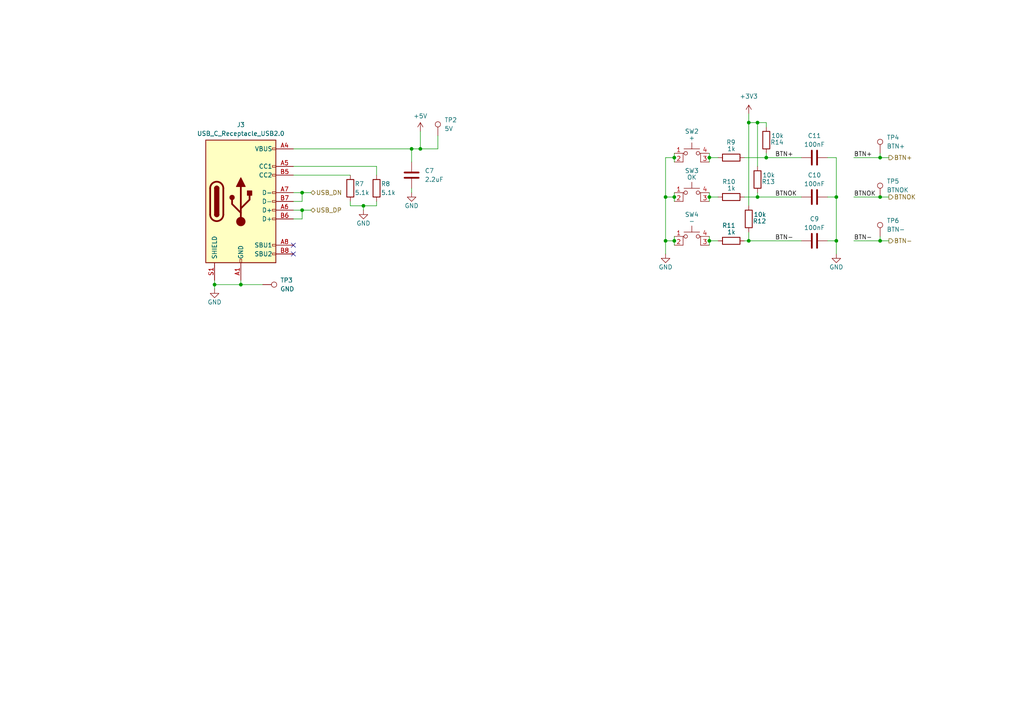
<source format=kicad_sch>
(kicad_sch (version 20231120) (generator "eeschema") (generator_version "8.0")
  (paper "A4")
  (lib_symbols
    (symbol "Connector:TestPoint" (pin_numbers hide) (pin_names (offset 0.762) hide)
      (property "Reference" "TP" (at 0 6.858 0))
      (property "Value" "TestPoint" (at 0 5.08 0))
      (symbol "TestPoint_0_1"
        (circle (center 0 3.302) (radius 0.762))
      )
      (symbol "TestPoint_1_1"
        (pin passive line (at 0 0 90) (length 2.54) (name "1") (number "1"))
      )
    )
    (symbol "Connector:USB_C_Receptacle_USB2.0" (pin_names (offset 1.016))
      (property "Reference" "J" (at -10.16 19.05 0))
      (property "Value" "USB_C_Receptacle_USB2.0" (at 19.05 19.05 0))
      (symbol "USB_C_Receptacle_USB2.0_0_0"
        (rectangle (start -0.254 -17.78) (end 0.254 -16.764))
        (rectangle (start 10.16 -14.986) (end 9.144 -15.494))
        (rectangle (start 10.16 -12.446) (end 9.144 -12.954))
        (rectangle (start 10.16 -4.826) (end 9.144 -5.334))
        (rectangle (start 10.16 -2.286) (end 9.144 -2.794))
        (rectangle (start 10.16 0.254) (end 9.144 -0.254))
        (rectangle (start 10.16 2.794) (end 9.144 2.286))
        (rectangle (start 10.16 7.874) (end 9.144 7.366))
        (rectangle (start 10.16 10.414) (end 9.144 9.906))
        (rectangle (start 10.16 15.494) (end 9.144 14.986))
      )
      (symbol "USB_C_Receptacle_USB2.0_0_1"
        (rectangle (start -10.16 17.78) (end 10.16 -17.78) (stroke (width 0.254)) (fill (type background)))
        (arc (start -8.89 -3.81) (mid -6.985 -5.7067) (end -5.08 -3.81) (stroke (width 0.508)))
        (arc (start -7.62 -3.81) (mid -6.985 -4.4423) (end -6.35 -3.81) (stroke (width 0.254)))
        (arc (start -7.62 -3.81) (mid -6.985 -4.4423) (end -6.35 -3.81) (stroke (width 0.254)) (fill (type outline)))
        (rectangle (start -7.62 -3.81) (end -6.35 3.81) (stroke (width 0.254)) (fill (type outline)))
        (arc (start -6.35 3.81) (mid -6.985 4.4423) (end -7.62 3.81) (stroke (width 0.254)))
        (arc (start -6.35 3.81) (mid -6.985 4.4423) (end -7.62 3.81) (stroke (width 0.254)) (fill (type outline)))
        (arc (start -5.08 3.81) (mid -6.985 5.7067) (end -8.89 3.81) (stroke (width 0.508)))
        (circle (center -2.54 1.143) (radius 0.635) (stroke (width 0.254)) (fill (type outline)))
        (circle (center 0 -5.842) (radius 1.27) (fill (type outline)))
        (polyline (pts (xy -8.89 -3.81) (xy -8.89 3.81)) (stroke (width 0.508)))
        (polyline (pts (xy -5.08 3.81) (xy -5.08 -3.81)) (stroke (width 0.508)))
        (polyline (pts (xy 0 -5.842) (xy 0 4.318)) (stroke (width 0.508)))
        (polyline (pts (xy 0 -3.302) (xy -2.54 -0.762) (xy -2.54 0.508)) (stroke (width 0.508)))
        (polyline (pts (xy 0 -2.032) (xy 2.54 0.508) (xy 2.54 1.778)) (stroke (width 0.508)))
        (polyline (pts (xy -1.27 4.318) (xy 0 6.858) (xy 1.27 4.318) (xy -1.27 4.318)) (stroke (width 0.254)) (fill (type outline)))
        (rectangle (start 1.905 1.778) (end 3.175 3.048) (stroke (width 0.254)) (fill (type outline)))
      )
      (symbol "USB_C_Receptacle_USB2.0_1_1"
        (pin passive line (at 0 -22.86 90) (length 5.08) (name "GND") (number "A1"))
        (pin passive line (at 0 -22.86 90) (length 5.08) hide (name "GND") (number "A12"))
        (pin passive line (at 15.24 15.24 180) (length 5.08) (name "VBUS") (number "A4"))
        (pin bidirectional line (at 15.24 10.16 180) (length 5.08) (name "CC1") (number "A5"))
        (pin bidirectional line (at 15.24 -2.54 180) (length 5.08) (name "D+") (number "A6"))
        (pin bidirectional line (at 15.24 2.54 180) (length 5.08) (name "D-") (number "A7"))
        (pin bidirectional line (at 15.24 -12.7 180) (length 5.08) (name "SBU1") (number "A8"))
        (pin passive line (at 15.24 15.24 180) (length 5.08) hide (name "VBUS") (number "A9"))
        (pin passive line (at 0 -22.86 90) (length 5.08) hide (name "GND") (number "B1"))
        (pin passive line (at 0 -22.86 90) (length 5.08) hide (name "GND") (number "B12"))
        (pin passive line (at 15.24 15.24 180) (length 5.08) hide (name "VBUS") (number "B4"))
        (pin bidirectional line (at 15.24 7.62 180) (length 5.08) (name "CC2") (number "B5"))
        (pin bidirectional line (at 15.24 -5.08 180) (length 5.08) (name "D+") (number "B6"))
        (pin bidirectional line (at 15.24 0 180) (length 5.08) (name "D-") (number "B7"))
        (pin bidirectional line (at 15.24 -15.24 180) (length 5.08) (name "SBU2") (number "B8"))
        (pin passive line (at 15.24 15.24 180) (length 5.08) hide (name "VBUS") (number "B9"))
        (pin passive line (at -7.62 -22.86 90) (length 5.08) (name "SHIELD") (number "S1"))
      )
    )
    (symbol "Device:C" (pin_numbers hide) (pin_names (offset 0.254))
      (property "Reference" "C" (at 0.635 2.54 0))
      (property "Value" "C" (at 0.635 -2.54 0))
      (symbol "C_0_1"
        (polyline (pts (xy -2.032 -0.762) (xy 2.032 -0.762)) (stroke (width 0.508)))
        (polyline (pts (xy -2.032 0.762) (xy 2.032 0.762)) (stroke (width 0.508)))
      )
      (symbol "C_1_1"
        (pin passive line (at 0 3.81 270) (length 2.794) (name "~") (number "1"))
        (pin passive line (at 0 -3.81 90) (length 2.794) (name "~") (number "2"))
      )
    )
    (symbol "Device:R" (pin_numbers hide) (pin_names (offset 0))
      (property "Reference" "R" (at 2.032 0 90))
      (property "Value" "R" (at 0 0 90))
      (symbol "R_0_1"
        (rectangle (start -1.016 -2.54) (end 1.016 2.54) (stroke (width 0.254)))
      )
      (symbol "R_1_1"
        (pin passive line (at 0 3.81 270) (length 1.27) (name "~") (number "1"))
        (pin passive line (at 0 -3.81 90) (length 1.27) (name "~") (number "2"))
      )
    )
    (symbol "Switch:SW_MEC_5E" (pin_names (offset 1.016) hide)
      (property "Reference" "SW" (at 0.635 5.715 0))
      (property "Value" "SW_MEC_5E" (at 0 -3.175 0))
      (symbol "SW_MEC_5E_0_1"
        (circle (center -1.778 2.54) (radius 0.508))
        (polyline (pts (xy -2.286 3.81) (xy 2.286 3.81)))
        (polyline (pts (xy 0 3.81) (xy 0 5.588)))
        (polyline (pts (xy -2.54 0) (xy -2.54 2.54) (xy -2.286 2.54)))
        (polyline (pts (xy 2.54 0) (xy 2.54 2.54) (xy 2.286 2.54)))
        (circle (center 1.778 2.54) (radius 0.508))
        (pin passive line (at -5.08 2.54 0) (length 2.54) (name "1") (number "1"))
        (pin passive line (at -5.08 0 0) (length 2.54) (name "2") (number "2"))
        (pin passive line (at 5.08 0 180) (length 2.54) (name "K") (number "3"))
        (pin passive line (at 5.08 2.54 180) (length 2.54) (name "A") (number "4"))
      )
    )
    (symbol "power:+3V3" (power) (pin_names (offset 0))
      (property "Value" "+3V3" (at 0 3.556 0))
      (symbol "+3V3_0_1"
        (polyline (pts (xy -0.762 1.27) (xy 0 2.54)))
        (polyline (pts (xy 0 0) (xy 0 2.54)))
        (polyline (pts (xy 0 2.54) (xy 0.762 1.27)))
      )
      (symbol "+3V3_1_1"
        (pin power_in line (at 0 0 90) (length 0) hide (name "+3V3") (number "1"))
      )
    )
    (symbol "power:+5V" (power) (pin_names (offset 0))
      (property "Value" "+5V" (at 0 3.556 0))
      (symbol "+5V_0_1"
        (polyline (pts (xy -0.762 1.27) (xy 0 2.54)))
        (polyline (pts (xy 0 0) (xy 0 2.54)))
        (polyline (pts (xy 0 2.54) (xy 0.762 1.27)))
      )
      (symbol "+5V_1_1"
        (pin power_in line (at 0 0 90) (length 0) hide (name "+5V") (number "1"))
      )
    )
    (symbol "power:GND" (power) (pin_names (offset 0))
      (property "Value" "GND" (at 0 -3.81 0))
      (symbol "GND_0_1"
        (polyline (pts (xy 0 0) (xy 0 -1.27) (xy 1.27 -1.27) (xy 0 -2.54) (xy -1.27 -1.27) (xy 0 -1.27)))
      )
      (symbol "GND_1_1"
        (pin power_in line (at 0 0 270) (length 0) hide (name "GND") (number "1"))
      )
    )
  )
  (junction (at 193.04 57.15))
  (junction (at 205.74 57.15))
  (junction (at 205.74 69.85))
  (junction (at 87.63 60.96))
  (junction (at 62.23 82.55))
  (junction (at 121.92 43.18))
  (junction (at 242.57 69.85))
  (junction (at 217.17 69.85))
  (junction (at 205.74 45.72))
  (junction (at 193.04 69.85))
  (junction (at 195.58 69.85))
  (junction (at 255.27 57.15))
  (junction (at 119.38 43.18))
  (junction (at 219.71 57.15))
  (junction (at 217.17 35.56))
  (junction (at 255.27 45.72))
  (junction (at 195.58 57.15))
  (junction (at 87.63 55.88))
  (junction (at 69.85 82.55))
  (junction (at 105.41 59.69))
  (junction (at 255.27 69.85))
  (junction (at 195.58 45.72))
  (junction (at 222.25 45.72))
  (junction (at 219.71 35.56))
  (junction (at 242.57 57.15))
  (no_connect (at 85.09 73.66))
  (no_connect (at 85.09 71.12))
  (wire (pts (xy 109.22 59.69) (xy 109.22 58.42)))
  (wire (pts (xy 62.23 82.55) (xy 69.85 82.55)))
  (wire (pts (xy 222.25 45.72) (xy 232.41 45.72)))
  (wire (pts (xy 219.71 35.56) (xy 219.71 48.26)))
  (wire (pts (xy 101.6 50.8) (xy 85.09 50.8)))
  (wire (pts (xy 119.38 43.18) (xy 119.38 46.99)))
  (wire (pts (xy 222.25 35.56) (xy 219.71 35.56)))
  (wire (pts (xy 205.74 45.72) (xy 205.74 46.99)))
  (wire (pts (xy 195.58 68.58) (xy 195.58 69.85)))
  (wire (pts (xy 205.74 45.72) (xy 208.28 45.72)))
  (wire (pts (xy 242.57 45.72) (xy 240.03 45.72)))
  (wire (pts (xy 69.85 82.55) (xy 76.2 82.55)))
  (wire (pts (xy 217.17 35.56) (xy 219.71 35.56)))
  (wire (pts (xy 205.74 57.15) (xy 205.74 58.42)))
  (wire (pts (xy 85.09 55.88) (xy 87.63 55.88)))
  (wire (pts (xy 127 43.18) (xy 127 39.37)))
  (wire (pts (xy 193.04 57.15) (xy 195.58 57.15)))
  (wire (pts (xy 242.57 73.66) (xy 242.57 69.85)))
  (wire (pts (xy 85.09 63.5) (xy 87.63 63.5)))
  (wire (pts (xy 217.17 67.31) (xy 217.17 69.85)))
  (wire (pts (xy 195.58 55.88) (xy 195.58 57.15)))
  (wire (pts (xy 193.04 57.15) (xy 193.04 45.72)))
  (wire (pts (xy 195.58 69.85) (xy 195.58 71.12)))
  (wire (pts (xy 215.9 57.15) (xy 219.71 57.15)))
  (wire (pts (xy 205.74 44.45) (xy 205.74 45.72)))
  (wire (pts (xy 242.57 69.85) (xy 242.57 57.15)))
  (wire (pts (xy 193.04 69.85) (xy 195.58 69.85)))
  (wire (pts (xy 85.09 43.18) (xy 119.38 43.18)))
  (wire (pts (xy 87.63 60.96) (xy 90.17 60.96)))
  (wire (pts (xy 217.17 59.69) (xy 217.17 35.56)))
  (wire (pts (xy 219.71 55.88) (xy 219.71 57.15)))
  (wire (pts (xy 109.22 50.8) (xy 109.22 48.26)))
  (wire (pts (xy 101.6 59.69) (xy 101.6 58.42)))
  (wire (pts (xy 87.63 60.96) (xy 87.63 63.5)))
  (wire (pts (xy 62.23 83.82) (xy 62.23 82.55)))
  (wire (pts (xy 255.27 57.15) (xy 257.81 57.15)))
  (wire (pts (xy 193.04 45.72) (xy 195.58 45.72)))
  (wire (pts (xy 255.27 44.45) (xy 255.27 45.72)))
  (wire (pts (xy 205.74 69.85) (xy 205.74 71.12)))
  (wire (pts (xy 119.38 55.88) (xy 119.38 54.61)))
  (wire (pts (xy 195.58 57.15) (xy 195.58 58.42)))
  (wire (pts (xy 87.63 58.42) (xy 87.63 55.88)))
  (wire (pts (xy 242.57 69.85) (xy 240.03 69.85)))
  (wire (pts (xy 69.85 81.28) (xy 69.85 82.55)))
  (wire (pts (xy 247.65 45.72) (xy 255.27 45.72)))
  (wire (pts (xy 85.09 58.42) (xy 87.63 58.42)))
  (wire (pts (xy 195.58 45.72) (xy 195.58 46.99)))
  (wire (pts (xy 87.63 55.88) (xy 90.17 55.88)))
  (wire (pts (xy 255.27 68.58) (xy 255.27 69.85)))
  (wire (pts (xy 109.22 48.26) (xy 85.09 48.26)))
  (wire (pts (xy 217.17 69.85) (xy 232.41 69.85)))
  (wire (pts (xy 222.25 36.83) (xy 222.25 35.56)))
  (wire (pts (xy 247.65 69.85) (xy 255.27 69.85)))
  (wire (pts (xy 205.74 57.15) (xy 208.28 57.15)))
  (wire (pts (xy 85.09 60.96) (xy 87.63 60.96)))
  (wire (pts (xy 105.41 59.69) (xy 109.22 59.69)))
  (wire (pts (xy 205.74 68.58) (xy 205.74 69.85)))
  (wire (pts (xy 121.92 43.18) (xy 127 43.18)))
  (wire (pts (xy 222.25 44.45) (xy 222.25 45.72)))
  (wire (pts (xy 205.74 55.88) (xy 205.74 57.15)))
  (wire (pts (xy 193.04 69.85) (xy 193.04 57.15)))
  (wire (pts (xy 105.41 59.69) (xy 105.41 60.96)))
  (wire (pts (xy 242.57 57.15) (xy 242.57 45.72)))
  (wire (pts (xy 62.23 82.55) (xy 62.23 81.28)))
  (wire (pts (xy 215.9 69.85) (xy 217.17 69.85)))
  (wire (pts (xy 219.71 57.15) (xy 232.41 57.15)))
  (wire (pts (xy 205.74 69.85) (xy 208.28 69.85)))
  (wire (pts (xy 215.9 45.72) (xy 222.25 45.72)))
  (wire (pts (xy 193.04 73.66) (xy 193.04 69.85)))
  (wire (pts (xy 217.17 33.02) (xy 217.17 35.56)))
  (wire (pts (xy 247.65 57.15) (xy 255.27 57.15)))
  (wire (pts (xy 255.27 45.72) (xy 257.81 45.72)))
  (wire (pts (xy 101.6 59.69) (xy 105.41 59.69)))
  (wire (pts (xy 119.38 43.18) (xy 121.92 43.18)))
  (wire (pts (xy 255.27 69.85) (xy 257.81 69.85)))
  (wire (pts (xy 242.57 57.15) (xy 240.03 57.15)))
  (wire (pts (xy 121.92 38.1) (xy 121.92 43.18)))
  (wire (pts (xy 195.58 44.45) (xy 195.58 45.72)))
  (label "BTN+" (at 247.65 45.72 0))
  (label "BTN-" (at 224.79 69.85 0))
  (label "BTN-" (at 247.65 69.85 0))
  (label "BTNOK" (at 247.65 57.15 0))
  (label "BTN+" (at 224.79 45.72 0))
  (label "BTNOK" (at 224.79 57.15 0))
  (hierarchical_label "USB_DP" (shape bidirectional) (at 90.17 60.96 0))
  (hierarchical_label "USB_DN" (shape bidirectional) (at 90.17 55.88 0))
  (hierarchical_label "BTN+" (shape output) (at 257.81 45.72 0))
  (hierarchical_label "BTNOK" (shape output) (at 257.81 57.15 0))
  (hierarchical_label "BTN-" (shape output) (at 257.81 69.85 0))
  (symbol (lib_id "power:+5V") (at 121.92 38.1 0) (unit 1)
    (property "Reference" "#PWR023" (effects (hide yes)))
    (property "Value" "+5V" (at 121.92 33.655 0))
  )
  (symbol (lib_id "Device:R") (at 212.09 69.85 90) (unit 1)
    (property "Reference" "R11" (at 213.36 65.405 90) (effects (justify left)))
    (property "Value" "1k" (at 213.36 67.31 90) (effects (justify left)))
  )
  (symbol (lib_id "Device:R") (at 222.25 40.64 180) (unit 1)
    (property "Reference" "R14" (at 227.33 41.275 0) (effects (justify left)))
    (property "Value" "10k" (at 227.33 39.37 0) (effects (justify left)))
  )
  (symbol (lib_id "power:GND") (at 119.38 55.88 0) (unit 1)
    (property "Reference" "#PWR021" (effects (hide yes)))
    (property "Value" "GND" (at 119.38 59.69 0))
  )
  (symbol (lib_id "power:GND") (at 193.04 73.66 0) (unit 1)
    (property "Reference" "#PWR024" (effects (hide yes)))
    (property "Value" "GND" (at 193.04 77.47 0))
  )
  (symbol (lib_id "Connector:TestPoint") (at 255.27 57.15 0) (unit 1)
    (property "Reference" "TP5" (at 257.175 52.578 0) (effects (justify left)))
    (property "Value" "BTNOK" (at 257.175 55.118 0) (effects (justify left)))
  )
  (symbol (lib_id "Device:R") (at 109.22 54.61 0) (unit 1)
    (property "Reference" "R8" (at 110.49 53.34 0) (effects (justify left)))
    (property "Value" "5.1k" (at 110.49 55.88 0) (effects (justify left)))
  )
  (symbol (lib_id "Switch:SW_MEC_5E") (at 200.66 58.42 0) (unit 1)
    (property "Reference" "SW3" (at 200.66 49.53 0))
    (property "Value" "OK" (at 200.66 51.435 0))
    (property "Datasheet" "http://www.apem.com/int/index.php?controller=attachment&id_attachment=1371" (effects (hide yes)))
  )
  (symbol (lib_id "Device:R") (at 212.09 45.72 90) (unit 1)
    (property "Reference" "R9" (at 213.36 41.275 90) (effects (justify left)))
    (property "Value" "1k" (at 213.36 43.18 90) (effects (justify left)))
  )
  (symbol (lib_id "Device:R") (at 101.6 54.61 0) (unit 1)
    (property "Reference" "R7" (at 102.87 53.34 0) (effects (justify left)))
    (property "Value" "5.1k" (at 102.87 55.88 0) (effects (justify left)))
  )
  (symbol (lib_id "Device:C") (at 119.38 50.8 0) (unit 1)
    (property "Reference" "C7" (at 123.19 49.53 0) (effects (justify left)))
    (property "Value" "2.2uF" (at 123.19 52.07 0) (effects (justify left)))
  )
  (symbol (lib_id "power:+3V3") (at 217.17 33.02 0) (unit 1)
    (property "Reference" "#PWR026" (effects (hide yes)))
    (property "Value" "+3V3" (at 217.17 27.94 0))
  )
  (symbol (lib_id "Connector:TestPoint") (at 255.27 44.45 0) (unit 1)
    (property "Reference" "TP4" (at 257.175 39.878 0) (effects (justify left)))
    (property "Value" "BTN+" (at 257.175 42.418 0) (effects (justify left)))
  )
  (symbol (lib_id "power:GND") (at 242.57 73.66 0) (mirror y) (unit 1)
    (property "Reference" "#PWR025" (effects (hide yes)))
    (property "Value" "GND" (at 242.57 77.47 0))
  )
  (symbol (lib_id "Connector:TestPoint") (at 76.2 82.55 270) (unit 1)
    (property "Reference" "TP3" (at 81.28 81.2799 90) (effects (justify left)))
    (property "Value" "GND" (at 81.28 83.8199 90) (effects (justify left)))
  )
  (symbol (lib_id "power:GND") (at 105.41 60.96 0) (unit 1)
    (property "Reference" "#PWR019" (effects (hide yes)))
    (property "Value" "GND" (at 105.41 64.77 0))
  )
  (symbol (lib_id "power:GND") (at 62.23 83.82 0) (unit 1)
    (property "Reference" "#PWR020" (effects (hide yes)))
    (property "Value" "GND" (at 62.23 87.63 0))
  )
  (symbol (lib_id "Device:C") (at 236.22 45.72 90) (unit 1)
    (property "Reference" "C11" (at 236.22 39.37 90))
    (property "Value" "100nF" (at 236.22 41.91 90))
  )
  (symbol (lib_id "Connector:TestPoint") (at 127 39.37 0) (unit 1)
    (property "Reference" "TP2" (at 128.905 34.798 0) (effects (justify left)))
    (property "Value" "5V" (at 128.905 37.338 0) (effects (justify left)))
  )
  (symbol (lib_id "Switch:SW_MEC_5E") (at 200.66 46.99 0) (unit 1)
    (property "Reference" "SW2" (at 200.66 38.1 0))
    (property "Value" "+" (at 200.66 40.005 0))
    (property "Datasheet" "http://www.apem.com/int/index.php?controller=attachment&id_attachment=1371" (effects (hide yes)))
  )
  (symbol (lib_id "Device:R") (at 219.71 52.07 180) (unit 1)
    (property "Reference" "R13" (at 224.79 52.705 0) (effects (justify left)))
    (property "Value" "10k" (at 224.79 50.8 0) (effects (justify left)))
  )
  (symbol (lib_id "Device:C") (at 236.22 57.15 90) (unit 1)
    (property "Reference" "C10" (at 236.22 50.8 90))
    (property "Value" "100nF" (at 236.22 53.34 90))
  )
  (symbol (lib_id "Device:C") (at 236.22 69.85 90) (unit 1)
    (property "Reference" "C9" (at 236.22 63.5 90))
    (property "Value" "100nF" (at 236.22 66.04 90))
  )
  (symbol (lib_id "Connector:TestPoint") (at 255.27 68.58 0) (unit 1)
    (property "Reference" "TP6" (at 257.175 64.008 0) (effects (justify left)))
    (property "Value" "BTN-" (at 257.175 66.548 0) (effects (justify left)))
  )
  (symbol (lib_id "Device:R") (at 217.17 63.5 180) (unit 1)
    (property "Reference" "R12" (at 222.25 64.135 0) (effects (justify left)))
    (property "Value" "10k" (at 222.25 62.23 0) (effects (justify left)))
  )
  (symbol (lib_id "Switch:SW_MEC_5E") (at 200.66 71.12 0) (unit 1)
    (property "Reference" "SW4" (at 200.66 62.23 0))
    (property "Value" "-" (at 200.66 64.135 0))
    (property "Datasheet" "http://www.apem.com/int/index.php?controller=attachment&id_attachment=1371" (effects (hide yes)))
  )
  (symbol (lib_id "Connector:USB_C_Receptacle_USB2.0") (at 69.85 58.42 0) (unit 1)
    (property "Reference" "J3" (at 69.85 36.195 0))
    (property "Value" "USB_C_Receptacle_USB2.0" (at 69.85 38.735 0))
    (property "Datasheet" "https://www.usb.org/sites/default/files/documents/usb_type-c.zip" (effects (hide yes)))
  )
  (symbol (lib_id "Device:R") (at 212.09 57.15 90) (unit 1)
    (property "Reference" "R10" (at 213.36 52.705 90) (effects (justify left)))
    (property "Value" "1k" (at 213.36 54.61 90) (effects (justify left)))
  )
)
</source>
